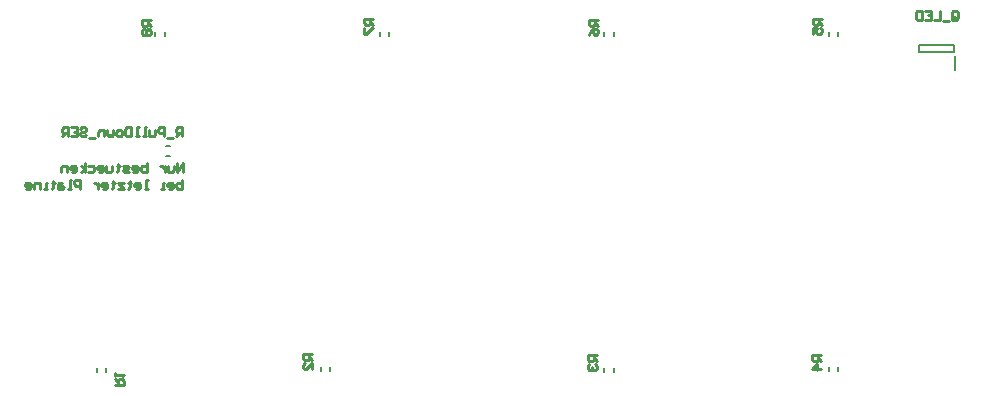
<source format=gbo>
G04*
G04 #@! TF.GenerationSoftware,Altium Limited,Altium Designer,24.5.2 (23)*
G04*
G04 Layer_Color=32896*
%FSLAX25Y25*%
%MOIN*%
G70*
G04*
G04 #@! TF.SameCoordinates,F9E145AB-4376-4A3A-B871-3CA844BA1A44*
G04*
G04*
G04 #@! TF.FilePolarity,Positive*
G04*
G01*
G75*
%ADD10C,0.00787*%
%ADD13C,0.00598*%
%ADD15C,0.01000*%
D10*
X338583Y189567D02*
Y194291D01*
X326870Y195669D02*
X338484D01*
X326870D02*
Y198031D01*
X338484D01*
Y195669D02*
Y198031D01*
D13*
X225046Y88995D02*
Y90334D01*
X221897Y88995D02*
Y90334D01*
X299771Y89291D02*
Y90630D01*
X296621Y89291D02*
Y90630D01*
Y201102D02*
Y202441D01*
X299771Y201102D02*
Y202441D01*
X221818Y201102D02*
Y202441D01*
X224968Y201102D02*
Y202441D01*
X72212Y201102D02*
Y202441D01*
X75361Y201102D02*
Y202441D01*
X147015Y201102D02*
Y202441D01*
X150164Y201102D02*
Y202441D01*
X75642Y164173D02*
X76980D01*
X75642Y161024D02*
X76980D01*
X130543Y89291D02*
Y90630D01*
X127393Y89291D02*
Y90630D01*
X55740Y88898D02*
Y90236D01*
X52590Y88898D02*
Y90236D01*
D15*
X81185Y153015D02*
Y150016D01*
X79685D01*
X79186Y150516D01*
Y151015D01*
Y151515D01*
X79685Y152015D01*
X81185D01*
X76687Y150016D02*
X77686D01*
X78186Y150516D01*
Y151515D01*
X77686Y152015D01*
X76687D01*
X76187Y151515D01*
Y151015D01*
X78186D01*
X75187Y150016D02*
X74187D01*
X74687D01*
Y152015D01*
X75187D01*
X69689Y150016D02*
X68689D01*
X69189D01*
Y153015D01*
X69689D01*
X65690Y150016D02*
X66690D01*
X67190Y150516D01*
Y151515D01*
X66690Y152015D01*
X65690D01*
X65190Y151515D01*
Y151015D01*
X67190D01*
X63691Y152515D02*
Y152015D01*
X64191D01*
X63191D01*
X63691D01*
Y150516D01*
X63191Y150016D01*
X61691Y152015D02*
X59692D01*
X61691Y150016D01*
X59692D01*
X58192Y152515D02*
Y152015D01*
X58692D01*
X57693D01*
X58192D01*
Y150516D01*
X57693Y150016D01*
X54694D02*
X55693D01*
X56193Y150516D01*
Y151515D01*
X55693Y152015D01*
X54694D01*
X54194Y151515D01*
Y151015D01*
X56193D01*
X53194Y152015D02*
Y150016D01*
Y151015D01*
X52694Y151515D01*
X52194Y152015D01*
X51695D01*
X47196Y150016D02*
Y153015D01*
X45696D01*
X45197Y152515D01*
Y151515D01*
X45696Y151015D01*
X47196D01*
X44197Y150016D02*
X43197D01*
X43697D01*
Y153015D01*
X44197D01*
X41198Y152015D02*
X40198D01*
X39698Y151515D01*
Y150016D01*
X41198D01*
X41698Y150516D01*
X41198Y151015D01*
X39698D01*
X38199Y152515D02*
Y152015D01*
X38699D01*
X37699D01*
X38199D01*
Y150516D01*
X37699Y150016D01*
X36200D02*
X35200D01*
X35700D01*
Y152015D01*
X36200D01*
X33700Y150016D02*
Y152015D01*
X32201D01*
X31701Y151515D01*
Y150016D01*
X29202D02*
X30202D01*
X30701Y150516D01*
Y151515D01*
X30202Y152015D01*
X29202D01*
X28702Y151515D01*
Y151015D01*
X30701D01*
X81382Y155724D02*
Y158723D01*
X79382Y155724D01*
Y158723D01*
X78383Y157724D02*
Y156224D01*
X77883Y155724D01*
X76384D01*
Y157724D01*
X75384D02*
Y155724D01*
Y156724D01*
X74884Y157224D01*
X74384Y157724D01*
X73884D01*
X69386Y158723D02*
Y155724D01*
X67886D01*
X67386Y156224D01*
Y156724D01*
Y157224D01*
X67886Y157724D01*
X69386D01*
X64887Y155724D02*
X65887D01*
X66387Y156224D01*
Y157224D01*
X65887Y157724D01*
X64887D01*
X64387Y157224D01*
Y156724D01*
X66387D01*
X63388Y155724D02*
X61888D01*
X61388Y156224D01*
X61888Y156724D01*
X62888D01*
X63388Y157224D01*
X62888Y157724D01*
X61388D01*
X59889Y158224D02*
Y157724D01*
X60389D01*
X59389D01*
X59889D01*
Y156224D01*
X59389Y155724D01*
X57889Y157724D02*
Y156224D01*
X57390Y155724D01*
X55890D01*
Y157724D01*
X53391Y155724D02*
X54391D01*
X54891Y156224D01*
Y157224D01*
X54391Y157724D01*
X53391D01*
X52891Y157224D01*
Y156724D01*
X54891D01*
X49892Y157724D02*
X51392D01*
X51891Y157224D01*
Y156224D01*
X51392Y155724D01*
X49892D01*
X48892D02*
Y158723D01*
Y156724D02*
X47393Y157724D01*
X48892Y156724D02*
X47393Y155724D01*
X44394D02*
X45393D01*
X45893Y156224D01*
Y157224D01*
X45393Y157724D01*
X44394D01*
X43894Y157224D01*
Y156724D01*
X45893D01*
X42894Y155724D02*
Y157724D01*
X41395D01*
X40895Y157224D01*
Y155724D01*
X337676Y206927D02*
Y208927D01*
X338175Y209427D01*
X339175D01*
X339675Y208927D01*
Y206927D01*
X339175Y206428D01*
X338175D01*
X338675Y207427D02*
X337676Y206428D01*
X338175D02*
X337676Y206927D01*
X336676Y205928D02*
X334677D01*
X333677Y209427D02*
Y206428D01*
X331678D01*
X328678Y209427D02*
X330678D01*
Y206428D01*
X328678D01*
X330678Y207927D02*
X329678D01*
X327679Y209427D02*
Y206428D01*
X326179D01*
X325679Y206927D01*
Y208927D01*
X326179Y209427D01*
X327679D01*
X81214Y167550D02*
Y170549D01*
X79715D01*
X79215Y170049D01*
Y169049D01*
X79715Y168549D01*
X81214D01*
X80214D02*
X79215Y167550D01*
X78215Y167050D02*
X76216D01*
X75216Y167550D02*
Y170549D01*
X73716D01*
X73217Y170049D01*
Y169049D01*
X73716Y168549D01*
X75216D01*
X72217Y169549D02*
Y168050D01*
X71717Y167550D01*
X70218D01*
Y169549D01*
X69218Y167550D02*
X68218D01*
X68718D01*
Y170549D01*
X69218D01*
X66719Y167550D02*
X65719D01*
X66219D01*
Y170549D01*
X66719D01*
X64219D02*
Y167550D01*
X62720D01*
X62220Y168050D01*
Y170049D01*
X62720Y170549D01*
X64219D01*
X60721Y167550D02*
X59721D01*
X59221Y168050D01*
Y169049D01*
X59721Y169549D01*
X60721D01*
X61221Y169049D01*
Y168050D01*
X60721Y167550D01*
X58221Y169549D02*
Y168050D01*
X57722Y167550D01*
X57222Y168050D01*
X56722Y167550D01*
X56222Y168050D01*
Y169549D01*
X55222Y167550D02*
Y169549D01*
X53723D01*
X53223Y169049D01*
Y167550D01*
X52223Y167050D02*
X50224D01*
X47225Y170049D02*
X47725Y170549D01*
X48724D01*
X49224Y170049D01*
Y169549D01*
X48724Y169049D01*
X47725D01*
X47225Y168549D01*
Y168050D01*
X47725Y167550D01*
X48724D01*
X49224Y168050D01*
X44226Y170549D02*
X46225D01*
Y167550D01*
X44226D01*
X46225Y169049D02*
X45226D01*
X43226Y167550D02*
Y170549D01*
X41727D01*
X41227Y170049D01*
Y169049D01*
X41727Y168549D01*
X43226D01*
X42227D02*
X41227Y167550D01*
X70692Y206239D02*
X67693D01*
Y204740D01*
X68193Y204240D01*
X69193D01*
X69693Y204740D01*
Y206239D01*
Y205240D02*
X70692Y204240D01*
X68193Y203240D02*
X67693Y202741D01*
Y201741D01*
X68193Y201241D01*
X68693D01*
X69193Y201741D01*
X69693Y201241D01*
X70193D01*
X70692Y201741D01*
Y202741D01*
X70193Y203240D01*
X69693D01*
X69193Y202741D01*
X68693Y203240D01*
X68193D01*
X69193Y202741D02*
Y201741D01*
X144774Y206633D02*
X141775D01*
Y205134D01*
X142275Y204634D01*
X143275D01*
X143775Y205134D01*
Y206633D01*
Y205633D02*
X144774Y204634D01*
X141775Y203634D02*
Y201635D01*
X142275D01*
X144274Y203634D01*
X144774D01*
X219577Y206436D02*
X216578D01*
Y204937D01*
X217078Y204437D01*
X218078D01*
X218578Y204937D01*
Y206436D01*
Y205436D02*
X219577Y204437D01*
X216578Y201438D02*
X217078Y202437D01*
X218078Y203437D01*
X219078D01*
X219577Y202937D01*
Y201938D01*
X219078Y201438D01*
X218578D01*
X218078Y201938D01*
Y203437D01*
X294282Y206633D02*
X291283D01*
Y205134D01*
X291782Y204634D01*
X292782D01*
X293282Y205134D01*
Y206633D01*
Y205633D02*
X294282Y204634D01*
X291283Y201635D02*
Y203634D01*
X292782D01*
X292282Y202634D01*
Y202134D01*
X292782Y201635D01*
X293782D01*
X294282Y202134D01*
Y203134D01*
X293782Y203634D01*
X294118Y94625D02*
X291119D01*
Y93125D01*
X291618Y92625D01*
X292618D01*
X293118Y93125D01*
Y94625D01*
Y93625D02*
X294118Y92625D01*
Y90126D02*
X291119D01*
X292618Y91625D01*
Y89626D01*
X219315Y94527D02*
X216315D01*
Y93027D01*
X216815Y92527D01*
X217815D01*
X218315Y93027D01*
Y94527D01*
Y93527D02*
X219315Y92527D01*
X216815Y91528D02*
X216315Y91028D01*
Y90028D01*
X216815Y89528D01*
X217315D01*
X217815Y90028D01*
Y90528D01*
Y90028D01*
X218315Y89528D01*
X218815D01*
X219315Y90028D01*
Y91028D01*
X218815Y91528D01*
X124464Y94822D02*
X121465D01*
Y93322D01*
X121965Y92822D01*
X122964D01*
X123464Y93322D01*
Y94822D01*
Y93822D02*
X124464Y92822D01*
Y89823D02*
Y91823D01*
X122464Y89823D01*
X121965D01*
X121465Y90323D01*
Y91323D01*
X121965Y91823D01*
X58571Y84615D02*
X61570D01*
Y86114D01*
X61070Y86614D01*
X60071D01*
X59571Y86114D01*
Y84615D01*
Y85615D02*
X58571Y86614D01*
Y87614D02*
Y88613D01*
Y88114D01*
X61570D01*
X61070Y87614D01*
M02*

</source>
